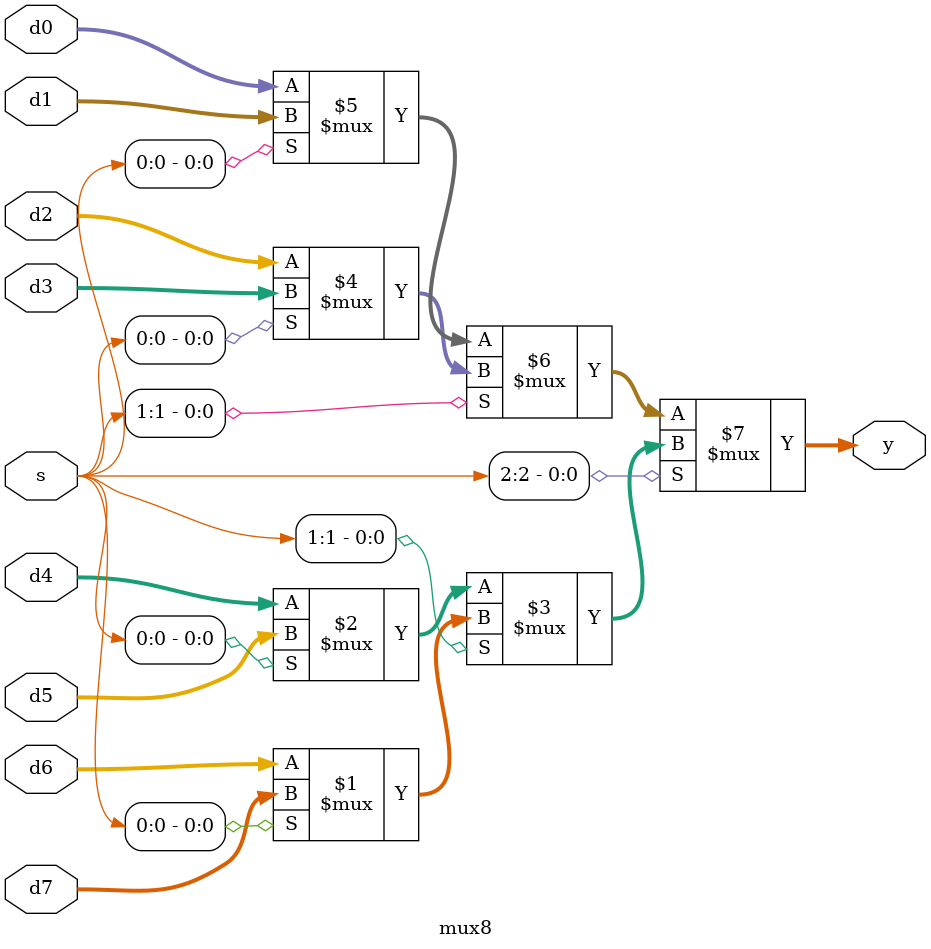
<source format=v>
module mux8 (
	d0,
	d1,
	d2,
	d3,
	d4,
	d5,
	d6,
	d7,
	s,
	y
);
	parameter WIDTH = 32;
	input wire [WIDTH - 1:0] d0;
	input wire [WIDTH - 1:0] d1;
	input wire [WIDTH - 1:0] d2;
	input wire [WIDTH - 1:0] d3;
	input wire [WIDTH - 1:0] d4;
	input wire [WIDTH - 1:0] d5;
	input wire [WIDTH - 1:0] d6;
	input wire [WIDTH - 1:0] d7;
	input wire [2:0] s;
	output wire [WIDTH - 1:0] y;
	assign y = (s[2] ? (s[1] ? (s[0] ? d7 : d6) : (s[0] ? d5 : d4)) : (s[1] ? (s[0] ? d3 : d2) : (s[0] ? d1 : d0)));
endmodule

</source>
